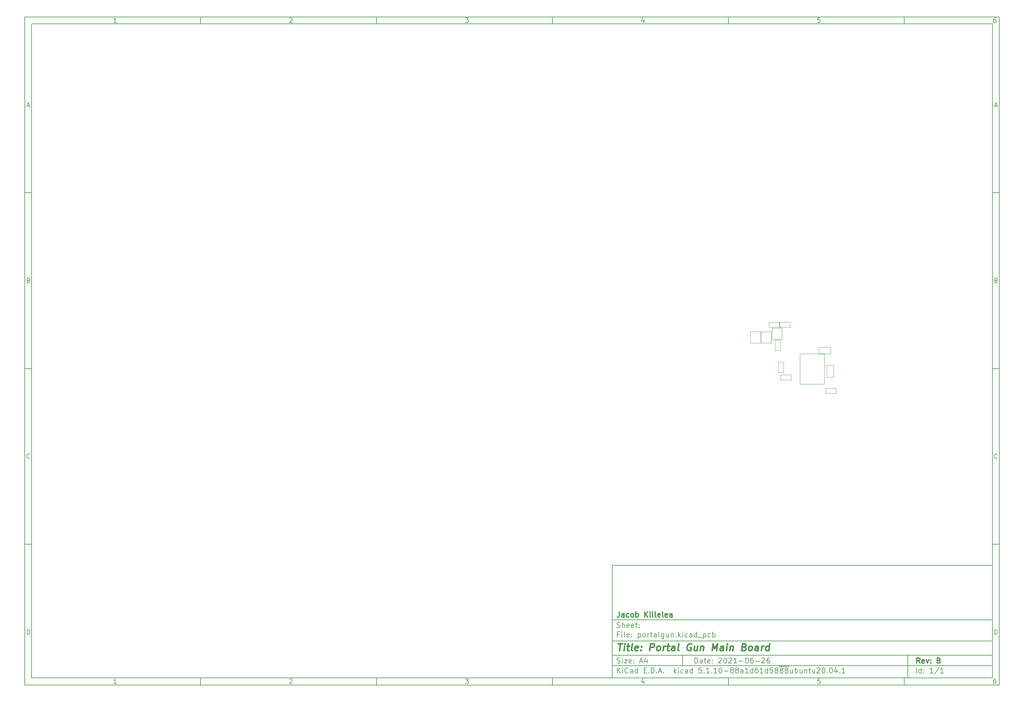
<source format=gbr>
%TF.GenerationSoftware,KiCad,Pcbnew,5.1.10-88a1d61d58~88~ubuntu20.04.1*%
%TF.CreationDate,2021-06-26T15:26:23-05:00*%
%TF.ProjectId,portalgun,706f7274-616c-4677-956e-2e6b69636164,B*%
%TF.SameCoordinates,Original*%
%TF.FileFunction,Other,User*%
%FSLAX46Y46*%
G04 Gerber Fmt 4.6, Leading zero omitted, Abs format (unit mm)*
G04 Created by KiCad (PCBNEW 5.1.10-88a1d61d58~88~ubuntu20.04.1) date 2021-06-26 15:26:23*
%MOMM*%
%LPD*%
G01*
G04 APERTURE LIST*
%ADD10C,0.100000*%
%ADD11C,0.150000*%
%ADD12C,0.300000*%
%ADD13C,0.400000*%
%ADD14C,0.050000*%
G04 APERTURE END LIST*
D10*
D11*
X177002200Y-166007200D02*
X177002200Y-198007200D01*
X285002200Y-198007200D01*
X285002200Y-166007200D01*
X177002200Y-166007200D01*
D10*
D11*
X10000000Y-10000000D02*
X10000000Y-200007200D01*
X287002200Y-200007200D01*
X287002200Y-10000000D01*
X10000000Y-10000000D01*
D10*
D11*
X12000000Y-12000000D02*
X12000000Y-198007200D01*
X285002200Y-198007200D01*
X285002200Y-12000000D01*
X12000000Y-12000000D01*
D10*
D11*
X60000000Y-12000000D02*
X60000000Y-10000000D01*
D10*
D11*
X110000000Y-12000000D02*
X110000000Y-10000000D01*
D10*
D11*
X160000000Y-12000000D02*
X160000000Y-10000000D01*
D10*
D11*
X210000000Y-12000000D02*
X210000000Y-10000000D01*
D10*
D11*
X260000000Y-12000000D02*
X260000000Y-10000000D01*
D10*
D11*
X36065476Y-11588095D02*
X35322619Y-11588095D01*
X35694047Y-11588095D02*
X35694047Y-10288095D01*
X35570238Y-10473809D01*
X35446428Y-10597619D01*
X35322619Y-10659523D01*
D10*
D11*
X85322619Y-10411904D02*
X85384523Y-10350000D01*
X85508333Y-10288095D01*
X85817857Y-10288095D01*
X85941666Y-10350000D01*
X86003571Y-10411904D01*
X86065476Y-10535714D01*
X86065476Y-10659523D01*
X86003571Y-10845238D01*
X85260714Y-11588095D01*
X86065476Y-11588095D01*
D10*
D11*
X135260714Y-10288095D02*
X136065476Y-10288095D01*
X135632142Y-10783333D01*
X135817857Y-10783333D01*
X135941666Y-10845238D01*
X136003571Y-10907142D01*
X136065476Y-11030952D01*
X136065476Y-11340476D01*
X136003571Y-11464285D01*
X135941666Y-11526190D01*
X135817857Y-11588095D01*
X135446428Y-11588095D01*
X135322619Y-11526190D01*
X135260714Y-11464285D01*
D10*
D11*
X185941666Y-10721428D02*
X185941666Y-11588095D01*
X185632142Y-10226190D02*
X185322619Y-11154761D01*
X186127380Y-11154761D01*
D10*
D11*
X236003571Y-10288095D02*
X235384523Y-10288095D01*
X235322619Y-10907142D01*
X235384523Y-10845238D01*
X235508333Y-10783333D01*
X235817857Y-10783333D01*
X235941666Y-10845238D01*
X236003571Y-10907142D01*
X236065476Y-11030952D01*
X236065476Y-11340476D01*
X236003571Y-11464285D01*
X235941666Y-11526190D01*
X235817857Y-11588095D01*
X235508333Y-11588095D01*
X235384523Y-11526190D01*
X235322619Y-11464285D01*
D10*
D11*
X285941666Y-10288095D02*
X285694047Y-10288095D01*
X285570238Y-10350000D01*
X285508333Y-10411904D01*
X285384523Y-10597619D01*
X285322619Y-10845238D01*
X285322619Y-11340476D01*
X285384523Y-11464285D01*
X285446428Y-11526190D01*
X285570238Y-11588095D01*
X285817857Y-11588095D01*
X285941666Y-11526190D01*
X286003571Y-11464285D01*
X286065476Y-11340476D01*
X286065476Y-11030952D01*
X286003571Y-10907142D01*
X285941666Y-10845238D01*
X285817857Y-10783333D01*
X285570238Y-10783333D01*
X285446428Y-10845238D01*
X285384523Y-10907142D01*
X285322619Y-11030952D01*
D10*
D11*
X60000000Y-198007200D02*
X60000000Y-200007200D01*
D10*
D11*
X110000000Y-198007200D02*
X110000000Y-200007200D01*
D10*
D11*
X160000000Y-198007200D02*
X160000000Y-200007200D01*
D10*
D11*
X210000000Y-198007200D02*
X210000000Y-200007200D01*
D10*
D11*
X260000000Y-198007200D02*
X260000000Y-200007200D01*
D10*
D11*
X36065476Y-199595295D02*
X35322619Y-199595295D01*
X35694047Y-199595295D02*
X35694047Y-198295295D01*
X35570238Y-198481009D01*
X35446428Y-198604819D01*
X35322619Y-198666723D01*
D10*
D11*
X85322619Y-198419104D02*
X85384523Y-198357200D01*
X85508333Y-198295295D01*
X85817857Y-198295295D01*
X85941666Y-198357200D01*
X86003571Y-198419104D01*
X86065476Y-198542914D01*
X86065476Y-198666723D01*
X86003571Y-198852438D01*
X85260714Y-199595295D01*
X86065476Y-199595295D01*
D10*
D11*
X135260714Y-198295295D02*
X136065476Y-198295295D01*
X135632142Y-198790533D01*
X135817857Y-198790533D01*
X135941666Y-198852438D01*
X136003571Y-198914342D01*
X136065476Y-199038152D01*
X136065476Y-199347676D01*
X136003571Y-199471485D01*
X135941666Y-199533390D01*
X135817857Y-199595295D01*
X135446428Y-199595295D01*
X135322619Y-199533390D01*
X135260714Y-199471485D01*
D10*
D11*
X185941666Y-198728628D02*
X185941666Y-199595295D01*
X185632142Y-198233390D02*
X185322619Y-199161961D01*
X186127380Y-199161961D01*
D10*
D11*
X236003571Y-198295295D02*
X235384523Y-198295295D01*
X235322619Y-198914342D01*
X235384523Y-198852438D01*
X235508333Y-198790533D01*
X235817857Y-198790533D01*
X235941666Y-198852438D01*
X236003571Y-198914342D01*
X236065476Y-199038152D01*
X236065476Y-199347676D01*
X236003571Y-199471485D01*
X235941666Y-199533390D01*
X235817857Y-199595295D01*
X235508333Y-199595295D01*
X235384523Y-199533390D01*
X235322619Y-199471485D01*
D10*
D11*
X285941666Y-198295295D02*
X285694047Y-198295295D01*
X285570238Y-198357200D01*
X285508333Y-198419104D01*
X285384523Y-198604819D01*
X285322619Y-198852438D01*
X285322619Y-199347676D01*
X285384523Y-199471485D01*
X285446428Y-199533390D01*
X285570238Y-199595295D01*
X285817857Y-199595295D01*
X285941666Y-199533390D01*
X286003571Y-199471485D01*
X286065476Y-199347676D01*
X286065476Y-199038152D01*
X286003571Y-198914342D01*
X285941666Y-198852438D01*
X285817857Y-198790533D01*
X285570238Y-198790533D01*
X285446428Y-198852438D01*
X285384523Y-198914342D01*
X285322619Y-199038152D01*
D10*
D11*
X10000000Y-60000000D02*
X12000000Y-60000000D01*
D10*
D11*
X10000000Y-110000000D02*
X12000000Y-110000000D01*
D10*
D11*
X10000000Y-160000000D02*
X12000000Y-160000000D01*
D10*
D11*
X10690476Y-35216666D02*
X11309523Y-35216666D01*
X10566666Y-35588095D02*
X11000000Y-34288095D01*
X11433333Y-35588095D01*
D10*
D11*
X11092857Y-84907142D02*
X11278571Y-84969047D01*
X11340476Y-85030952D01*
X11402380Y-85154761D01*
X11402380Y-85340476D01*
X11340476Y-85464285D01*
X11278571Y-85526190D01*
X11154761Y-85588095D01*
X10659523Y-85588095D01*
X10659523Y-84288095D01*
X11092857Y-84288095D01*
X11216666Y-84350000D01*
X11278571Y-84411904D01*
X11340476Y-84535714D01*
X11340476Y-84659523D01*
X11278571Y-84783333D01*
X11216666Y-84845238D01*
X11092857Y-84907142D01*
X10659523Y-84907142D01*
D10*
D11*
X11402380Y-135464285D02*
X11340476Y-135526190D01*
X11154761Y-135588095D01*
X11030952Y-135588095D01*
X10845238Y-135526190D01*
X10721428Y-135402380D01*
X10659523Y-135278571D01*
X10597619Y-135030952D01*
X10597619Y-134845238D01*
X10659523Y-134597619D01*
X10721428Y-134473809D01*
X10845238Y-134350000D01*
X11030952Y-134288095D01*
X11154761Y-134288095D01*
X11340476Y-134350000D01*
X11402380Y-134411904D01*
D10*
D11*
X10659523Y-185588095D02*
X10659523Y-184288095D01*
X10969047Y-184288095D01*
X11154761Y-184350000D01*
X11278571Y-184473809D01*
X11340476Y-184597619D01*
X11402380Y-184845238D01*
X11402380Y-185030952D01*
X11340476Y-185278571D01*
X11278571Y-185402380D01*
X11154761Y-185526190D01*
X10969047Y-185588095D01*
X10659523Y-185588095D01*
D10*
D11*
X287002200Y-60000000D02*
X285002200Y-60000000D01*
D10*
D11*
X287002200Y-110000000D02*
X285002200Y-110000000D01*
D10*
D11*
X287002200Y-160000000D02*
X285002200Y-160000000D01*
D10*
D11*
X285692676Y-35216666D02*
X286311723Y-35216666D01*
X285568866Y-35588095D02*
X286002200Y-34288095D01*
X286435533Y-35588095D01*
D10*
D11*
X286095057Y-84907142D02*
X286280771Y-84969047D01*
X286342676Y-85030952D01*
X286404580Y-85154761D01*
X286404580Y-85340476D01*
X286342676Y-85464285D01*
X286280771Y-85526190D01*
X286156961Y-85588095D01*
X285661723Y-85588095D01*
X285661723Y-84288095D01*
X286095057Y-84288095D01*
X286218866Y-84350000D01*
X286280771Y-84411904D01*
X286342676Y-84535714D01*
X286342676Y-84659523D01*
X286280771Y-84783333D01*
X286218866Y-84845238D01*
X286095057Y-84907142D01*
X285661723Y-84907142D01*
D10*
D11*
X286404580Y-135464285D02*
X286342676Y-135526190D01*
X286156961Y-135588095D01*
X286033152Y-135588095D01*
X285847438Y-135526190D01*
X285723628Y-135402380D01*
X285661723Y-135278571D01*
X285599819Y-135030952D01*
X285599819Y-134845238D01*
X285661723Y-134597619D01*
X285723628Y-134473809D01*
X285847438Y-134350000D01*
X286033152Y-134288095D01*
X286156961Y-134288095D01*
X286342676Y-134350000D01*
X286404580Y-134411904D01*
D10*
D11*
X285661723Y-185588095D02*
X285661723Y-184288095D01*
X285971247Y-184288095D01*
X286156961Y-184350000D01*
X286280771Y-184473809D01*
X286342676Y-184597619D01*
X286404580Y-184845238D01*
X286404580Y-185030952D01*
X286342676Y-185278571D01*
X286280771Y-185402380D01*
X286156961Y-185526190D01*
X285971247Y-185588095D01*
X285661723Y-185588095D01*
D10*
D11*
X200434342Y-193785771D02*
X200434342Y-192285771D01*
X200791485Y-192285771D01*
X201005771Y-192357200D01*
X201148628Y-192500057D01*
X201220057Y-192642914D01*
X201291485Y-192928628D01*
X201291485Y-193142914D01*
X201220057Y-193428628D01*
X201148628Y-193571485D01*
X201005771Y-193714342D01*
X200791485Y-193785771D01*
X200434342Y-193785771D01*
X202577200Y-193785771D02*
X202577200Y-193000057D01*
X202505771Y-192857200D01*
X202362914Y-192785771D01*
X202077200Y-192785771D01*
X201934342Y-192857200D01*
X202577200Y-193714342D02*
X202434342Y-193785771D01*
X202077200Y-193785771D01*
X201934342Y-193714342D01*
X201862914Y-193571485D01*
X201862914Y-193428628D01*
X201934342Y-193285771D01*
X202077200Y-193214342D01*
X202434342Y-193214342D01*
X202577200Y-193142914D01*
X203077200Y-192785771D02*
X203648628Y-192785771D01*
X203291485Y-192285771D02*
X203291485Y-193571485D01*
X203362914Y-193714342D01*
X203505771Y-193785771D01*
X203648628Y-193785771D01*
X204720057Y-193714342D02*
X204577200Y-193785771D01*
X204291485Y-193785771D01*
X204148628Y-193714342D01*
X204077200Y-193571485D01*
X204077200Y-193000057D01*
X204148628Y-192857200D01*
X204291485Y-192785771D01*
X204577200Y-192785771D01*
X204720057Y-192857200D01*
X204791485Y-193000057D01*
X204791485Y-193142914D01*
X204077200Y-193285771D01*
X205434342Y-193642914D02*
X205505771Y-193714342D01*
X205434342Y-193785771D01*
X205362914Y-193714342D01*
X205434342Y-193642914D01*
X205434342Y-193785771D01*
X205434342Y-192857200D02*
X205505771Y-192928628D01*
X205434342Y-193000057D01*
X205362914Y-192928628D01*
X205434342Y-192857200D01*
X205434342Y-193000057D01*
X207220057Y-192428628D02*
X207291485Y-192357200D01*
X207434342Y-192285771D01*
X207791485Y-192285771D01*
X207934342Y-192357200D01*
X208005771Y-192428628D01*
X208077200Y-192571485D01*
X208077200Y-192714342D01*
X208005771Y-192928628D01*
X207148628Y-193785771D01*
X208077200Y-193785771D01*
X209005771Y-192285771D02*
X209148628Y-192285771D01*
X209291485Y-192357200D01*
X209362914Y-192428628D01*
X209434342Y-192571485D01*
X209505771Y-192857200D01*
X209505771Y-193214342D01*
X209434342Y-193500057D01*
X209362914Y-193642914D01*
X209291485Y-193714342D01*
X209148628Y-193785771D01*
X209005771Y-193785771D01*
X208862914Y-193714342D01*
X208791485Y-193642914D01*
X208720057Y-193500057D01*
X208648628Y-193214342D01*
X208648628Y-192857200D01*
X208720057Y-192571485D01*
X208791485Y-192428628D01*
X208862914Y-192357200D01*
X209005771Y-192285771D01*
X210077200Y-192428628D02*
X210148628Y-192357200D01*
X210291485Y-192285771D01*
X210648628Y-192285771D01*
X210791485Y-192357200D01*
X210862914Y-192428628D01*
X210934342Y-192571485D01*
X210934342Y-192714342D01*
X210862914Y-192928628D01*
X210005771Y-193785771D01*
X210934342Y-193785771D01*
X212362914Y-193785771D02*
X211505771Y-193785771D01*
X211934342Y-193785771D02*
X211934342Y-192285771D01*
X211791485Y-192500057D01*
X211648628Y-192642914D01*
X211505771Y-192714342D01*
X213005771Y-193214342D02*
X214148628Y-193214342D01*
X215148628Y-192285771D02*
X215291485Y-192285771D01*
X215434342Y-192357200D01*
X215505771Y-192428628D01*
X215577200Y-192571485D01*
X215648628Y-192857200D01*
X215648628Y-193214342D01*
X215577200Y-193500057D01*
X215505771Y-193642914D01*
X215434342Y-193714342D01*
X215291485Y-193785771D01*
X215148628Y-193785771D01*
X215005771Y-193714342D01*
X214934342Y-193642914D01*
X214862914Y-193500057D01*
X214791485Y-193214342D01*
X214791485Y-192857200D01*
X214862914Y-192571485D01*
X214934342Y-192428628D01*
X215005771Y-192357200D01*
X215148628Y-192285771D01*
X216934342Y-192285771D02*
X216648628Y-192285771D01*
X216505771Y-192357200D01*
X216434342Y-192428628D01*
X216291485Y-192642914D01*
X216220057Y-192928628D01*
X216220057Y-193500057D01*
X216291485Y-193642914D01*
X216362914Y-193714342D01*
X216505771Y-193785771D01*
X216791485Y-193785771D01*
X216934342Y-193714342D01*
X217005771Y-193642914D01*
X217077200Y-193500057D01*
X217077200Y-193142914D01*
X217005771Y-193000057D01*
X216934342Y-192928628D01*
X216791485Y-192857200D01*
X216505771Y-192857200D01*
X216362914Y-192928628D01*
X216291485Y-193000057D01*
X216220057Y-193142914D01*
X217720057Y-193214342D02*
X218862914Y-193214342D01*
X219505771Y-192428628D02*
X219577200Y-192357200D01*
X219720057Y-192285771D01*
X220077200Y-192285771D01*
X220220057Y-192357200D01*
X220291485Y-192428628D01*
X220362914Y-192571485D01*
X220362914Y-192714342D01*
X220291485Y-192928628D01*
X219434342Y-193785771D01*
X220362914Y-193785771D01*
X221648628Y-192285771D02*
X221362914Y-192285771D01*
X221220057Y-192357200D01*
X221148628Y-192428628D01*
X221005771Y-192642914D01*
X220934342Y-192928628D01*
X220934342Y-193500057D01*
X221005771Y-193642914D01*
X221077200Y-193714342D01*
X221220057Y-193785771D01*
X221505771Y-193785771D01*
X221648628Y-193714342D01*
X221720057Y-193642914D01*
X221791485Y-193500057D01*
X221791485Y-193142914D01*
X221720057Y-193000057D01*
X221648628Y-192928628D01*
X221505771Y-192857200D01*
X221220057Y-192857200D01*
X221077200Y-192928628D01*
X221005771Y-193000057D01*
X220934342Y-193142914D01*
D10*
D11*
X177002200Y-194507200D02*
X285002200Y-194507200D01*
D10*
D11*
X178434342Y-196585771D02*
X178434342Y-195085771D01*
X179291485Y-196585771D02*
X178648628Y-195728628D01*
X179291485Y-195085771D02*
X178434342Y-195942914D01*
X179934342Y-196585771D02*
X179934342Y-195585771D01*
X179934342Y-195085771D02*
X179862914Y-195157200D01*
X179934342Y-195228628D01*
X180005771Y-195157200D01*
X179934342Y-195085771D01*
X179934342Y-195228628D01*
X181505771Y-196442914D02*
X181434342Y-196514342D01*
X181220057Y-196585771D01*
X181077200Y-196585771D01*
X180862914Y-196514342D01*
X180720057Y-196371485D01*
X180648628Y-196228628D01*
X180577200Y-195942914D01*
X180577200Y-195728628D01*
X180648628Y-195442914D01*
X180720057Y-195300057D01*
X180862914Y-195157200D01*
X181077200Y-195085771D01*
X181220057Y-195085771D01*
X181434342Y-195157200D01*
X181505771Y-195228628D01*
X182791485Y-196585771D02*
X182791485Y-195800057D01*
X182720057Y-195657200D01*
X182577200Y-195585771D01*
X182291485Y-195585771D01*
X182148628Y-195657200D01*
X182791485Y-196514342D02*
X182648628Y-196585771D01*
X182291485Y-196585771D01*
X182148628Y-196514342D01*
X182077200Y-196371485D01*
X182077200Y-196228628D01*
X182148628Y-196085771D01*
X182291485Y-196014342D01*
X182648628Y-196014342D01*
X182791485Y-195942914D01*
X184148628Y-196585771D02*
X184148628Y-195085771D01*
X184148628Y-196514342D02*
X184005771Y-196585771D01*
X183720057Y-196585771D01*
X183577200Y-196514342D01*
X183505771Y-196442914D01*
X183434342Y-196300057D01*
X183434342Y-195871485D01*
X183505771Y-195728628D01*
X183577200Y-195657200D01*
X183720057Y-195585771D01*
X184005771Y-195585771D01*
X184148628Y-195657200D01*
X186005771Y-195800057D02*
X186505771Y-195800057D01*
X186720057Y-196585771D02*
X186005771Y-196585771D01*
X186005771Y-195085771D01*
X186720057Y-195085771D01*
X187362914Y-196442914D02*
X187434342Y-196514342D01*
X187362914Y-196585771D01*
X187291485Y-196514342D01*
X187362914Y-196442914D01*
X187362914Y-196585771D01*
X188077200Y-196585771D02*
X188077200Y-195085771D01*
X188434342Y-195085771D01*
X188648628Y-195157200D01*
X188791485Y-195300057D01*
X188862914Y-195442914D01*
X188934342Y-195728628D01*
X188934342Y-195942914D01*
X188862914Y-196228628D01*
X188791485Y-196371485D01*
X188648628Y-196514342D01*
X188434342Y-196585771D01*
X188077200Y-196585771D01*
X189577200Y-196442914D02*
X189648628Y-196514342D01*
X189577200Y-196585771D01*
X189505771Y-196514342D01*
X189577200Y-196442914D01*
X189577200Y-196585771D01*
X190220057Y-196157200D02*
X190934342Y-196157200D01*
X190077200Y-196585771D02*
X190577200Y-195085771D01*
X191077200Y-196585771D01*
X191577200Y-196442914D02*
X191648628Y-196514342D01*
X191577200Y-196585771D01*
X191505771Y-196514342D01*
X191577200Y-196442914D01*
X191577200Y-196585771D01*
X194577200Y-196585771D02*
X194577200Y-195085771D01*
X194720057Y-196014342D02*
X195148628Y-196585771D01*
X195148628Y-195585771D02*
X194577200Y-196157200D01*
X195791485Y-196585771D02*
X195791485Y-195585771D01*
X195791485Y-195085771D02*
X195720057Y-195157200D01*
X195791485Y-195228628D01*
X195862914Y-195157200D01*
X195791485Y-195085771D01*
X195791485Y-195228628D01*
X197148628Y-196514342D02*
X197005771Y-196585771D01*
X196720057Y-196585771D01*
X196577200Y-196514342D01*
X196505771Y-196442914D01*
X196434342Y-196300057D01*
X196434342Y-195871485D01*
X196505771Y-195728628D01*
X196577200Y-195657200D01*
X196720057Y-195585771D01*
X197005771Y-195585771D01*
X197148628Y-195657200D01*
X198434342Y-196585771D02*
X198434342Y-195800057D01*
X198362914Y-195657200D01*
X198220057Y-195585771D01*
X197934342Y-195585771D01*
X197791485Y-195657200D01*
X198434342Y-196514342D02*
X198291485Y-196585771D01*
X197934342Y-196585771D01*
X197791485Y-196514342D01*
X197720057Y-196371485D01*
X197720057Y-196228628D01*
X197791485Y-196085771D01*
X197934342Y-196014342D01*
X198291485Y-196014342D01*
X198434342Y-195942914D01*
X199791485Y-196585771D02*
X199791485Y-195085771D01*
X199791485Y-196514342D02*
X199648628Y-196585771D01*
X199362914Y-196585771D01*
X199220057Y-196514342D01*
X199148628Y-196442914D01*
X199077200Y-196300057D01*
X199077200Y-195871485D01*
X199148628Y-195728628D01*
X199220057Y-195657200D01*
X199362914Y-195585771D01*
X199648628Y-195585771D01*
X199791485Y-195657200D01*
X202362914Y-195085771D02*
X201648628Y-195085771D01*
X201577200Y-195800057D01*
X201648628Y-195728628D01*
X201791485Y-195657200D01*
X202148628Y-195657200D01*
X202291485Y-195728628D01*
X202362914Y-195800057D01*
X202434342Y-195942914D01*
X202434342Y-196300057D01*
X202362914Y-196442914D01*
X202291485Y-196514342D01*
X202148628Y-196585771D01*
X201791485Y-196585771D01*
X201648628Y-196514342D01*
X201577200Y-196442914D01*
X203077200Y-196442914D02*
X203148628Y-196514342D01*
X203077200Y-196585771D01*
X203005771Y-196514342D01*
X203077200Y-196442914D01*
X203077200Y-196585771D01*
X204577200Y-196585771D02*
X203720057Y-196585771D01*
X204148628Y-196585771D02*
X204148628Y-195085771D01*
X204005771Y-195300057D01*
X203862914Y-195442914D01*
X203720057Y-195514342D01*
X205220057Y-196442914D02*
X205291485Y-196514342D01*
X205220057Y-196585771D01*
X205148628Y-196514342D01*
X205220057Y-196442914D01*
X205220057Y-196585771D01*
X206720057Y-196585771D02*
X205862914Y-196585771D01*
X206291485Y-196585771D02*
X206291485Y-195085771D01*
X206148628Y-195300057D01*
X206005771Y-195442914D01*
X205862914Y-195514342D01*
X207648628Y-195085771D02*
X207791485Y-195085771D01*
X207934342Y-195157200D01*
X208005771Y-195228628D01*
X208077200Y-195371485D01*
X208148628Y-195657200D01*
X208148628Y-196014342D01*
X208077200Y-196300057D01*
X208005771Y-196442914D01*
X207934342Y-196514342D01*
X207791485Y-196585771D01*
X207648628Y-196585771D01*
X207505771Y-196514342D01*
X207434342Y-196442914D01*
X207362914Y-196300057D01*
X207291485Y-196014342D01*
X207291485Y-195657200D01*
X207362914Y-195371485D01*
X207434342Y-195228628D01*
X207505771Y-195157200D01*
X207648628Y-195085771D01*
X208791485Y-196014342D02*
X209934342Y-196014342D01*
X210862914Y-195728628D02*
X210720057Y-195657200D01*
X210648628Y-195585771D01*
X210577200Y-195442914D01*
X210577200Y-195371485D01*
X210648628Y-195228628D01*
X210720057Y-195157200D01*
X210862914Y-195085771D01*
X211148628Y-195085771D01*
X211291485Y-195157200D01*
X211362914Y-195228628D01*
X211434342Y-195371485D01*
X211434342Y-195442914D01*
X211362914Y-195585771D01*
X211291485Y-195657200D01*
X211148628Y-195728628D01*
X210862914Y-195728628D01*
X210720057Y-195800057D01*
X210648628Y-195871485D01*
X210577200Y-196014342D01*
X210577200Y-196300057D01*
X210648628Y-196442914D01*
X210720057Y-196514342D01*
X210862914Y-196585771D01*
X211148628Y-196585771D01*
X211291485Y-196514342D01*
X211362914Y-196442914D01*
X211434342Y-196300057D01*
X211434342Y-196014342D01*
X211362914Y-195871485D01*
X211291485Y-195800057D01*
X211148628Y-195728628D01*
X212291485Y-195728628D02*
X212148628Y-195657200D01*
X212077200Y-195585771D01*
X212005771Y-195442914D01*
X212005771Y-195371485D01*
X212077200Y-195228628D01*
X212148628Y-195157200D01*
X212291485Y-195085771D01*
X212577200Y-195085771D01*
X212720057Y-195157200D01*
X212791485Y-195228628D01*
X212862914Y-195371485D01*
X212862914Y-195442914D01*
X212791485Y-195585771D01*
X212720057Y-195657200D01*
X212577200Y-195728628D01*
X212291485Y-195728628D01*
X212148628Y-195800057D01*
X212077200Y-195871485D01*
X212005771Y-196014342D01*
X212005771Y-196300057D01*
X212077200Y-196442914D01*
X212148628Y-196514342D01*
X212291485Y-196585771D01*
X212577200Y-196585771D01*
X212720057Y-196514342D01*
X212791485Y-196442914D01*
X212862914Y-196300057D01*
X212862914Y-196014342D01*
X212791485Y-195871485D01*
X212720057Y-195800057D01*
X212577200Y-195728628D01*
X214148628Y-196585771D02*
X214148628Y-195800057D01*
X214077200Y-195657200D01*
X213934342Y-195585771D01*
X213648628Y-195585771D01*
X213505771Y-195657200D01*
X214148628Y-196514342D02*
X214005771Y-196585771D01*
X213648628Y-196585771D01*
X213505771Y-196514342D01*
X213434342Y-196371485D01*
X213434342Y-196228628D01*
X213505771Y-196085771D01*
X213648628Y-196014342D01*
X214005771Y-196014342D01*
X214148628Y-195942914D01*
X215648628Y-196585771D02*
X214791485Y-196585771D01*
X215220057Y-196585771D02*
X215220057Y-195085771D01*
X215077200Y-195300057D01*
X214934342Y-195442914D01*
X214791485Y-195514342D01*
X216934342Y-196585771D02*
X216934342Y-195085771D01*
X216934342Y-196514342D02*
X216791485Y-196585771D01*
X216505771Y-196585771D01*
X216362914Y-196514342D01*
X216291485Y-196442914D01*
X216220057Y-196300057D01*
X216220057Y-195871485D01*
X216291485Y-195728628D01*
X216362914Y-195657200D01*
X216505771Y-195585771D01*
X216791485Y-195585771D01*
X216934342Y-195657200D01*
X218291485Y-195085771D02*
X218005771Y-195085771D01*
X217862914Y-195157200D01*
X217791485Y-195228628D01*
X217648628Y-195442914D01*
X217577200Y-195728628D01*
X217577200Y-196300057D01*
X217648628Y-196442914D01*
X217720057Y-196514342D01*
X217862914Y-196585771D01*
X218148628Y-196585771D01*
X218291485Y-196514342D01*
X218362914Y-196442914D01*
X218434342Y-196300057D01*
X218434342Y-195942914D01*
X218362914Y-195800057D01*
X218291485Y-195728628D01*
X218148628Y-195657200D01*
X217862914Y-195657200D01*
X217720057Y-195728628D01*
X217648628Y-195800057D01*
X217577200Y-195942914D01*
X219862914Y-196585771D02*
X219005771Y-196585771D01*
X219434342Y-196585771D02*
X219434342Y-195085771D01*
X219291485Y-195300057D01*
X219148628Y-195442914D01*
X219005771Y-195514342D01*
X221148628Y-196585771D02*
X221148628Y-195085771D01*
X221148628Y-196514342D02*
X221005771Y-196585771D01*
X220720057Y-196585771D01*
X220577200Y-196514342D01*
X220505771Y-196442914D01*
X220434342Y-196300057D01*
X220434342Y-195871485D01*
X220505771Y-195728628D01*
X220577200Y-195657200D01*
X220720057Y-195585771D01*
X221005771Y-195585771D01*
X221148628Y-195657200D01*
X222577200Y-195085771D02*
X221862914Y-195085771D01*
X221791485Y-195800057D01*
X221862914Y-195728628D01*
X222005771Y-195657200D01*
X222362914Y-195657200D01*
X222505771Y-195728628D01*
X222577200Y-195800057D01*
X222648628Y-195942914D01*
X222648628Y-196300057D01*
X222577200Y-196442914D01*
X222505771Y-196514342D01*
X222362914Y-196585771D01*
X222005771Y-196585771D01*
X221862914Y-196514342D01*
X221791485Y-196442914D01*
X223505771Y-195728628D02*
X223362914Y-195657200D01*
X223291485Y-195585771D01*
X223220057Y-195442914D01*
X223220057Y-195371485D01*
X223291485Y-195228628D01*
X223362914Y-195157200D01*
X223505771Y-195085771D01*
X223791485Y-195085771D01*
X223934342Y-195157200D01*
X224005771Y-195228628D01*
X224077200Y-195371485D01*
X224077200Y-195442914D01*
X224005771Y-195585771D01*
X223934342Y-195657200D01*
X223791485Y-195728628D01*
X223505771Y-195728628D01*
X223362914Y-195800057D01*
X223291485Y-195871485D01*
X223220057Y-196014342D01*
X223220057Y-196300057D01*
X223291485Y-196442914D01*
X223362914Y-196514342D01*
X223505771Y-196585771D01*
X223791485Y-196585771D01*
X223934342Y-196514342D01*
X224005771Y-196442914D01*
X224077200Y-196300057D01*
X224077200Y-196014342D01*
X224005771Y-195871485D01*
X223934342Y-195800057D01*
X223791485Y-195728628D01*
X224362914Y-194677200D02*
X225791485Y-194677200D01*
X224934342Y-195728628D02*
X224791485Y-195657200D01*
X224720057Y-195585771D01*
X224648628Y-195442914D01*
X224648628Y-195371485D01*
X224720057Y-195228628D01*
X224791485Y-195157200D01*
X224934342Y-195085771D01*
X225220057Y-195085771D01*
X225362914Y-195157200D01*
X225434342Y-195228628D01*
X225505771Y-195371485D01*
X225505771Y-195442914D01*
X225434342Y-195585771D01*
X225362914Y-195657200D01*
X225220057Y-195728628D01*
X224934342Y-195728628D01*
X224791485Y-195800057D01*
X224720057Y-195871485D01*
X224648628Y-196014342D01*
X224648628Y-196300057D01*
X224720057Y-196442914D01*
X224791485Y-196514342D01*
X224934342Y-196585771D01*
X225220057Y-196585771D01*
X225362914Y-196514342D01*
X225434342Y-196442914D01*
X225505771Y-196300057D01*
X225505771Y-196014342D01*
X225434342Y-195871485D01*
X225362914Y-195800057D01*
X225220057Y-195728628D01*
X225791485Y-194677200D02*
X227220057Y-194677200D01*
X226362914Y-195728628D02*
X226220057Y-195657200D01*
X226148628Y-195585771D01*
X226077199Y-195442914D01*
X226077199Y-195371485D01*
X226148628Y-195228628D01*
X226220057Y-195157200D01*
X226362914Y-195085771D01*
X226648628Y-195085771D01*
X226791485Y-195157200D01*
X226862914Y-195228628D01*
X226934342Y-195371485D01*
X226934342Y-195442914D01*
X226862914Y-195585771D01*
X226791485Y-195657200D01*
X226648628Y-195728628D01*
X226362914Y-195728628D01*
X226220057Y-195800057D01*
X226148628Y-195871485D01*
X226077199Y-196014342D01*
X226077199Y-196300057D01*
X226148628Y-196442914D01*
X226220057Y-196514342D01*
X226362914Y-196585771D01*
X226648628Y-196585771D01*
X226791485Y-196514342D01*
X226862914Y-196442914D01*
X226934342Y-196300057D01*
X226934342Y-196014342D01*
X226862914Y-195871485D01*
X226791485Y-195800057D01*
X226648628Y-195728628D01*
X228220057Y-195585771D02*
X228220057Y-196585771D01*
X227577199Y-195585771D02*
X227577199Y-196371485D01*
X227648628Y-196514342D01*
X227791485Y-196585771D01*
X228005771Y-196585771D01*
X228148628Y-196514342D01*
X228220057Y-196442914D01*
X228934342Y-196585771D02*
X228934342Y-195085771D01*
X228934342Y-195657200D02*
X229077199Y-195585771D01*
X229362914Y-195585771D01*
X229505771Y-195657200D01*
X229577199Y-195728628D01*
X229648628Y-195871485D01*
X229648628Y-196300057D01*
X229577199Y-196442914D01*
X229505771Y-196514342D01*
X229362914Y-196585771D01*
X229077199Y-196585771D01*
X228934342Y-196514342D01*
X230934342Y-195585771D02*
X230934342Y-196585771D01*
X230291485Y-195585771D02*
X230291485Y-196371485D01*
X230362914Y-196514342D01*
X230505771Y-196585771D01*
X230720057Y-196585771D01*
X230862914Y-196514342D01*
X230934342Y-196442914D01*
X231648628Y-195585771D02*
X231648628Y-196585771D01*
X231648628Y-195728628D02*
X231720057Y-195657200D01*
X231862914Y-195585771D01*
X232077199Y-195585771D01*
X232220057Y-195657200D01*
X232291485Y-195800057D01*
X232291485Y-196585771D01*
X232791485Y-195585771D02*
X233362914Y-195585771D01*
X233005771Y-195085771D02*
X233005771Y-196371485D01*
X233077199Y-196514342D01*
X233220057Y-196585771D01*
X233362914Y-196585771D01*
X234505771Y-195585771D02*
X234505771Y-196585771D01*
X233862914Y-195585771D02*
X233862914Y-196371485D01*
X233934342Y-196514342D01*
X234077200Y-196585771D01*
X234291485Y-196585771D01*
X234434342Y-196514342D01*
X234505771Y-196442914D01*
X235148628Y-195228628D02*
X235220057Y-195157200D01*
X235362914Y-195085771D01*
X235720057Y-195085771D01*
X235862914Y-195157200D01*
X235934342Y-195228628D01*
X236005771Y-195371485D01*
X236005771Y-195514342D01*
X235934342Y-195728628D01*
X235077200Y-196585771D01*
X236005771Y-196585771D01*
X236934342Y-195085771D02*
X237077199Y-195085771D01*
X237220057Y-195157200D01*
X237291485Y-195228628D01*
X237362914Y-195371485D01*
X237434342Y-195657200D01*
X237434342Y-196014342D01*
X237362914Y-196300057D01*
X237291485Y-196442914D01*
X237220057Y-196514342D01*
X237077199Y-196585771D01*
X236934342Y-196585771D01*
X236791485Y-196514342D01*
X236720057Y-196442914D01*
X236648628Y-196300057D01*
X236577199Y-196014342D01*
X236577199Y-195657200D01*
X236648628Y-195371485D01*
X236720057Y-195228628D01*
X236791485Y-195157200D01*
X236934342Y-195085771D01*
X238077199Y-196442914D02*
X238148628Y-196514342D01*
X238077199Y-196585771D01*
X238005771Y-196514342D01*
X238077199Y-196442914D01*
X238077199Y-196585771D01*
X239077199Y-195085771D02*
X239220057Y-195085771D01*
X239362914Y-195157200D01*
X239434342Y-195228628D01*
X239505771Y-195371485D01*
X239577199Y-195657200D01*
X239577199Y-196014342D01*
X239505771Y-196300057D01*
X239434342Y-196442914D01*
X239362914Y-196514342D01*
X239220057Y-196585771D01*
X239077199Y-196585771D01*
X238934342Y-196514342D01*
X238862914Y-196442914D01*
X238791485Y-196300057D01*
X238720057Y-196014342D01*
X238720057Y-195657200D01*
X238791485Y-195371485D01*
X238862914Y-195228628D01*
X238934342Y-195157200D01*
X239077199Y-195085771D01*
X240862914Y-195585771D02*
X240862914Y-196585771D01*
X240505771Y-195014342D02*
X240148628Y-196085771D01*
X241077199Y-196085771D01*
X241648628Y-196442914D02*
X241720057Y-196514342D01*
X241648628Y-196585771D01*
X241577199Y-196514342D01*
X241648628Y-196442914D01*
X241648628Y-196585771D01*
X243148628Y-196585771D02*
X242291485Y-196585771D01*
X242720057Y-196585771D02*
X242720057Y-195085771D01*
X242577199Y-195300057D01*
X242434342Y-195442914D01*
X242291485Y-195514342D01*
D10*
D11*
X177002200Y-191507200D02*
X285002200Y-191507200D01*
D10*
D12*
X264411485Y-193785771D02*
X263911485Y-193071485D01*
X263554342Y-193785771D02*
X263554342Y-192285771D01*
X264125771Y-192285771D01*
X264268628Y-192357200D01*
X264340057Y-192428628D01*
X264411485Y-192571485D01*
X264411485Y-192785771D01*
X264340057Y-192928628D01*
X264268628Y-193000057D01*
X264125771Y-193071485D01*
X263554342Y-193071485D01*
X265625771Y-193714342D02*
X265482914Y-193785771D01*
X265197200Y-193785771D01*
X265054342Y-193714342D01*
X264982914Y-193571485D01*
X264982914Y-193000057D01*
X265054342Y-192857200D01*
X265197200Y-192785771D01*
X265482914Y-192785771D01*
X265625771Y-192857200D01*
X265697200Y-193000057D01*
X265697200Y-193142914D01*
X264982914Y-193285771D01*
X266197200Y-192785771D02*
X266554342Y-193785771D01*
X266911485Y-192785771D01*
X267482914Y-193642914D02*
X267554342Y-193714342D01*
X267482914Y-193785771D01*
X267411485Y-193714342D01*
X267482914Y-193642914D01*
X267482914Y-193785771D01*
X267482914Y-192857200D02*
X267554342Y-192928628D01*
X267482914Y-193000057D01*
X267411485Y-192928628D01*
X267482914Y-192857200D01*
X267482914Y-193000057D01*
X269840057Y-193000057D02*
X270054342Y-193071485D01*
X270125771Y-193142914D01*
X270197200Y-193285771D01*
X270197200Y-193500057D01*
X270125771Y-193642914D01*
X270054342Y-193714342D01*
X269911485Y-193785771D01*
X269340057Y-193785771D01*
X269340057Y-192285771D01*
X269840057Y-192285771D01*
X269982914Y-192357200D01*
X270054342Y-192428628D01*
X270125771Y-192571485D01*
X270125771Y-192714342D01*
X270054342Y-192857200D01*
X269982914Y-192928628D01*
X269840057Y-193000057D01*
X269340057Y-193000057D01*
D10*
D11*
X178362914Y-193714342D02*
X178577200Y-193785771D01*
X178934342Y-193785771D01*
X179077200Y-193714342D01*
X179148628Y-193642914D01*
X179220057Y-193500057D01*
X179220057Y-193357200D01*
X179148628Y-193214342D01*
X179077200Y-193142914D01*
X178934342Y-193071485D01*
X178648628Y-193000057D01*
X178505771Y-192928628D01*
X178434342Y-192857200D01*
X178362914Y-192714342D01*
X178362914Y-192571485D01*
X178434342Y-192428628D01*
X178505771Y-192357200D01*
X178648628Y-192285771D01*
X179005771Y-192285771D01*
X179220057Y-192357200D01*
X179862914Y-193785771D02*
X179862914Y-192785771D01*
X179862914Y-192285771D02*
X179791485Y-192357200D01*
X179862914Y-192428628D01*
X179934342Y-192357200D01*
X179862914Y-192285771D01*
X179862914Y-192428628D01*
X180434342Y-192785771D02*
X181220057Y-192785771D01*
X180434342Y-193785771D01*
X181220057Y-193785771D01*
X182362914Y-193714342D02*
X182220057Y-193785771D01*
X181934342Y-193785771D01*
X181791485Y-193714342D01*
X181720057Y-193571485D01*
X181720057Y-193000057D01*
X181791485Y-192857200D01*
X181934342Y-192785771D01*
X182220057Y-192785771D01*
X182362914Y-192857200D01*
X182434342Y-193000057D01*
X182434342Y-193142914D01*
X181720057Y-193285771D01*
X183077200Y-193642914D02*
X183148628Y-193714342D01*
X183077200Y-193785771D01*
X183005771Y-193714342D01*
X183077200Y-193642914D01*
X183077200Y-193785771D01*
X183077200Y-192857200D02*
X183148628Y-192928628D01*
X183077200Y-193000057D01*
X183005771Y-192928628D01*
X183077200Y-192857200D01*
X183077200Y-193000057D01*
X184862914Y-193357200D02*
X185577200Y-193357200D01*
X184720057Y-193785771D02*
X185220057Y-192285771D01*
X185720057Y-193785771D01*
X186862914Y-192785771D02*
X186862914Y-193785771D01*
X186505771Y-192214342D02*
X186148628Y-193285771D01*
X187077200Y-193285771D01*
D10*
D11*
X263434342Y-196585771D02*
X263434342Y-195085771D01*
X264791485Y-196585771D02*
X264791485Y-195085771D01*
X264791485Y-196514342D02*
X264648628Y-196585771D01*
X264362914Y-196585771D01*
X264220057Y-196514342D01*
X264148628Y-196442914D01*
X264077200Y-196300057D01*
X264077200Y-195871485D01*
X264148628Y-195728628D01*
X264220057Y-195657200D01*
X264362914Y-195585771D01*
X264648628Y-195585771D01*
X264791485Y-195657200D01*
X265505771Y-196442914D02*
X265577200Y-196514342D01*
X265505771Y-196585771D01*
X265434342Y-196514342D01*
X265505771Y-196442914D01*
X265505771Y-196585771D01*
X265505771Y-195657200D02*
X265577200Y-195728628D01*
X265505771Y-195800057D01*
X265434342Y-195728628D01*
X265505771Y-195657200D01*
X265505771Y-195800057D01*
X268148628Y-196585771D02*
X267291485Y-196585771D01*
X267720057Y-196585771D02*
X267720057Y-195085771D01*
X267577200Y-195300057D01*
X267434342Y-195442914D01*
X267291485Y-195514342D01*
X269862914Y-195014342D02*
X268577200Y-196942914D01*
X271148628Y-196585771D02*
X270291485Y-196585771D01*
X270720057Y-196585771D02*
X270720057Y-195085771D01*
X270577200Y-195300057D01*
X270434342Y-195442914D01*
X270291485Y-195514342D01*
D10*
D11*
X177002200Y-187507200D02*
X285002200Y-187507200D01*
D10*
D13*
X178714580Y-188211961D02*
X179857438Y-188211961D01*
X179036009Y-190211961D02*
X179286009Y-188211961D01*
X180274104Y-190211961D02*
X180440771Y-188878628D01*
X180524104Y-188211961D02*
X180416961Y-188307200D01*
X180500295Y-188402438D01*
X180607438Y-188307200D01*
X180524104Y-188211961D01*
X180500295Y-188402438D01*
X181107438Y-188878628D02*
X181869342Y-188878628D01*
X181476485Y-188211961D02*
X181262200Y-189926247D01*
X181333628Y-190116723D01*
X181512200Y-190211961D01*
X181702676Y-190211961D01*
X182655057Y-190211961D02*
X182476485Y-190116723D01*
X182405057Y-189926247D01*
X182619342Y-188211961D01*
X184190771Y-190116723D02*
X183988390Y-190211961D01*
X183607438Y-190211961D01*
X183428866Y-190116723D01*
X183357438Y-189926247D01*
X183452676Y-189164342D01*
X183571723Y-188973866D01*
X183774104Y-188878628D01*
X184155057Y-188878628D01*
X184333628Y-188973866D01*
X184405057Y-189164342D01*
X184381247Y-189354819D01*
X183405057Y-189545295D01*
X185155057Y-190021485D02*
X185238390Y-190116723D01*
X185131247Y-190211961D01*
X185047914Y-190116723D01*
X185155057Y-190021485D01*
X185131247Y-190211961D01*
X185286009Y-188973866D02*
X185369342Y-189069104D01*
X185262200Y-189164342D01*
X185178866Y-189069104D01*
X185286009Y-188973866D01*
X185262200Y-189164342D01*
X187607438Y-190211961D02*
X187857438Y-188211961D01*
X188619342Y-188211961D01*
X188797914Y-188307200D01*
X188881247Y-188402438D01*
X188952676Y-188592914D01*
X188916961Y-188878628D01*
X188797914Y-189069104D01*
X188690771Y-189164342D01*
X188488390Y-189259580D01*
X187726485Y-189259580D01*
X189893152Y-190211961D02*
X189714580Y-190116723D01*
X189631247Y-190021485D01*
X189559819Y-189831009D01*
X189631247Y-189259580D01*
X189750295Y-189069104D01*
X189857438Y-188973866D01*
X190059819Y-188878628D01*
X190345533Y-188878628D01*
X190524104Y-188973866D01*
X190607438Y-189069104D01*
X190678866Y-189259580D01*
X190607438Y-189831009D01*
X190488390Y-190021485D01*
X190381247Y-190116723D01*
X190178866Y-190211961D01*
X189893152Y-190211961D01*
X191416961Y-190211961D02*
X191583628Y-188878628D01*
X191536009Y-189259580D02*
X191655057Y-189069104D01*
X191762200Y-188973866D01*
X191964580Y-188878628D01*
X192155057Y-188878628D01*
X192536009Y-188878628D02*
X193297914Y-188878628D01*
X192905057Y-188211961D02*
X192690771Y-189926247D01*
X192762200Y-190116723D01*
X192940771Y-190211961D01*
X193131247Y-190211961D01*
X194655057Y-190211961D02*
X194786009Y-189164342D01*
X194714580Y-188973866D01*
X194536009Y-188878628D01*
X194155057Y-188878628D01*
X193952676Y-188973866D01*
X194666961Y-190116723D02*
X194464580Y-190211961D01*
X193988390Y-190211961D01*
X193809819Y-190116723D01*
X193738390Y-189926247D01*
X193762200Y-189735771D01*
X193881247Y-189545295D01*
X194083628Y-189450057D01*
X194559819Y-189450057D01*
X194762200Y-189354819D01*
X195893152Y-190211961D02*
X195714580Y-190116723D01*
X195643152Y-189926247D01*
X195857438Y-188211961D01*
X199464580Y-188307200D02*
X199286009Y-188211961D01*
X199000295Y-188211961D01*
X198702676Y-188307200D01*
X198488390Y-188497676D01*
X198369342Y-188688152D01*
X198226485Y-189069104D01*
X198190771Y-189354819D01*
X198238390Y-189735771D01*
X198309819Y-189926247D01*
X198476485Y-190116723D01*
X198750295Y-190211961D01*
X198940771Y-190211961D01*
X199238390Y-190116723D01*
X199345533Y-190021485D01*
X199428866Y-189354819D01*
X199047914Y-189354819D01*
X201202676Y-188878628D02*
X201036009Y-190211961D01*
X200345533Y-188878628D02*
X200214580Y-189926247D01*
X200286009Y-190116723D01*
X200464580Y-190211961D01*
X200750295Y-190211961D01*
X200952676Y-190116723D01*
X201059819Y-190021485D01*
X202155057Y-188878628D02*
X201988390Y-190211961D01*
X202131247Y-189069104D02*
X202238390Y-188973866D01*
X202440771Y-188878628D01*
X202726485Y-188878628D01*
X202905057Y-188973866D01*
X202976485Y-189164342D01*
X202845533Y-190211961D01*
X205321723Y-190211961D02*
X205571723Y-188211961D01*
X206059819Y-189640533D01*
X206905057Y-188211961D01*
X206655057Y-190211961D01*
X208464580Y-190211961D02*
X208595533Y-189164342D01*
X208524104Y-188973866D01*
X208345533Y-188878628D01*
X207964580Y-188878628D01*
X207762200Y-188973866D01*
X208476485Y-190116723D02*
X208274104Y-190211961D01*
X207797914Y-190211961D01*
X207619342Y-190116723D01*
X207547914Y-189926247D01*
X207571723Y-189735771D01*
X207690771Y-189545295D01*
X207893152Y-189450057D01*
X208369342Y-189450057D01*
X208571723Y-189354819D01*
X209416961Y-190211961D02*
X209583628Y-188878628D01*
X209666961Y-188211961D02*
X209559819Y-188307200D01*
X209643152Y-188402438D01*
X209750295Y-188307200D01*
X209666961Y-188211961D01*
X209643152Y-188402438D01*
X210536009Y-188878628D02*
X210369342Y-190211961D01*
X210512200Y-189069104D02*
X210619342Y-188973866D01*
X210821723Y-188878628D01*
X211107438Y-188878628D01*
X211286009Y-188973866D01*
X211357438Y-189164342D01*
X211226485Y-190211961D01*
X214500295Y-189164342D02*
X214774104Y-189259580D01*
X214857438Y-189354819D01*
X214928866Y-189545295D01*
X214893152Y-189831009D01*
X214774104Y-190021485D01*
X214666961Y-190116723D01*
X214464580Y-190211961D01*
X213702676Y-190211961D01*
X213952676Y-188211961D01*
X214619342Y-188211961D01*
X214797914Y-188307200D01*
X214881247Y-188402438D01*
X214952676Y-188592914D01*
X214928866Y-188783390D01*
X214809819Y-188973866D01*
X214702676Y-189069104D01*
X214500295Y-189164342D01*
X213833628Y-189164342D01*
X215988390Y-190211961D02*
X215809819Y-190116723D01*
X215726485Y-190021485D01*
X215655057Y-189831009D01*
X215726485Y-189259580D01*
X215845533Y-189069104D01*
X215952676Y-188973866D01*
X216155057Y-188878628D01*
X216440771Y-188878628D01*
X216619342Y-188973866D01*
X216702676Y-189069104D01*
X216774104Y-189259580D01*
X216702676Y-189831009D01*
X216583628Y-190021485D01*
X216476485Y-190116723D01*
X216274104Y-190211961D01*
X215988390Y-190211961D01*
X218369342Y-190211961D02*
X218500295Y-189164342D01*
X218428866Y-188973866D01*
X218250295Y-188878628D01*
X217869342Y-188878628D01*
X217666961Y-188973866D01*
X218381247Y-190116723D02*
X218178866Y-190211961D01*
X217702676Y-190211961D01*
X217524104Y-190116723D01*
X217452676Y-189926247D01*
X217476485Y-189735771D01*
X217595533Y-189545295D01*
X217797914Y-189450057D01*
X218274104Y-189450057D01*
X218476485Y-189354819D01*
X219321723Y-190211961D02*
X219488390Y-188878628D01*
X219440771Y-189259580D02*
X219559819Y-189069104D01*
X219666961Y-188973866D01*
X219869342Y-188878628D01*
X220059819Y-188878628D01*
X221416961Y-190211961D02*
X221666961Y-188211961D01*
X221428866Y-190116723D02*
X221226485Y-190211961D01*
X220845533Y-190211961D01*
X220666961Y-190116723D01*
X220583628Y-190021485D01*
X220512200Y-189831009D01*
X220583628Y-189259580D01*
X220702676Y-189069104D01*
X220809819Y-188973866D01*
X221012200Y-188878628D01*
X221393152Y-188878628D01*
X221571723Y-188973866D01*
D10*
D11*
X178934342Y-185600057D02*
X178434342Y-185600057D01*
X178434342Y-186385771D02*
X178434342Y-184885771D01*
X179148628Y-184885771D01*
X179720057Y-186385771D02*
X179720057Y-185385771D01*
X179720057Y-184885771D02*
X179648628Y-184957200D01*
X179720057Y-185028628D01*
X179791485Y-184957200D01*
X179720057Y-184885771D01*
X179720057Y-185028628D01*
X180648628Y-186385771D02*
X180505771Y-186314342D01*
X180434342Y-186171485D01*
X180434342Y-184885771D01*
X181791485Y-186314342D02*
X181648628Y-186385771D01*
X181362914Y-186385771D01*
X181220057Y-186314342D01*
X181148628Y-186171485D01*
X181148628Y-185600057D01*
X181220057Y-185457200D01*
X181362914Y-185385771D01*
X181648628Y-185385771D01*
X181791485Y-185457200D01*
X181862914Y-185600057D01*
X181862914Y-185742914D01*
X181148628Y-185885771D01*
X182505771Y-186242914D02*
X182577200Y-186314342D01*
X182505771Y-186385771D01*
X182434342Y-186314342D01*
X182505771Y-186242914D01*
X182505771Y-186385771D01*
X182505771Y-185457200D02*
X182577200Y-185528628D01*
X182505771Y-185600057D01*
X182434342Y-185528628D01*
X182505771Y-185457200D01*
X182505771Y-185600057D01*
X184362914Y-185385771D02*
X184362914Y-186885771D01*
X184362914Y-185457200D02*
X184505771Y-185385771D01*
X184791485Y-185385771D01*
X184934342Y-185457200D01*
X185005771Y-185528628D01*
X185077200Y-185671485D01*
X185077200Y-186100057D01*
X185005771Y-186242914D01*
X184934342Y-186314342D01*
X184791485Y-186385771D01*
X184505771Y-186385771D01*
X184362914Y-186314342D01*
X185934342Y-186385771D02*
X185791485Y-186314342D01*
X185720057Y-186242914D01*
X185648628Y-186100057D01*
X185648628Y-185671485D01*
X185720057Y-185528628D01*
X185791485Y-185457200D01*
X185934342Y-185385771D01*
X186148628Y-185385771D01*
X186291485Y-185457200D01*
X186362914Y-185528628D01*
X186434342Y-185671485D01*
X186434342Y-186100057D01*
X186362914Y-186242914D01*
X186291485Y-186314342D01*
X186148628Y-186385771D01*
X185934342Y-186385771D01*
X187077200Y-186385771D02*
X187077200Y-185385771D01*
X187077200Y-185671485D02*
X187148628Y-185528628D01*
X187220057Y-185457200D01*
X187362914Y-185385771D01*
X187505771Y-185385771D01*
X187791485Y-185385771D02*
X188362914Y-185385771D01*
X188005771Y-184885771D02*
X188005771Y-186171485D01*
X188077200Y-186314342D01*
X188220057Y-186385771D01*
X188362914Y-186385771D01*
X189505771Y-186385771D02*
X189505771Y-185600057D01*
X189434342Y-185457200D01*
X189291485Y-185385771D01*
X189005771Y-185385771D01*
X188862914Y-185457200D01*
X189505771Y-186314342D02*
X189362914Y-186385771D01*
X189005771Y-186385771D01*
X188862914Y-186314342D01*
X188791485Y-186171485D01*
X188791485Y-186028628D01*
X188862914Y-185885771D01*
X189005771Y-185814342D01*
X189362914Y-185814342D01*
X189505771Y-185742914D01*
X190434342Y-186385771D02*
X190291485Y-186314342D01*
X190220057Y-186171485D01*
X190220057Y-184885771D01*
X191648628Y-185385771D02*
X191648628Y-186600057D01*
X191577200Y-186742914D01*
X191505771Y-186814342D01*
X191362914Y-186885771D01*
X191148628Y-186885771D01*
X191005771Y-186814342D01*
X191648628Y-186314342D02*
X191505771Y-186385771D01*
X191220057Y-186385771D01*
X191077200Y-186314342D01*
X191005771Y-186242914D01*
X190934342Y-186100057D01*
X190934342Y-185671485D01*
X191005771Y-185528628D01*
X191077200Y-185457200D01*
X191220057Y-185385771D01*
X191505771Y-185385771D01*
X191648628Y-185457200D01*
X193005771Y-185385771D02*
X193005771Y-186385771D01*
X192362914Y-185385771D02*
X192362914Y-186171485D01*
X192434342Y-186314342D01*
X192577200Y-186385771D01*
X192791485Y-186385771D01*
X192934342Y-186314342D01*
X193005771Y-186242914D01*
X193720057Y-185385771D02*
X193720057Y-186385771D01*
X193720057Y-185528628D02*
X193791485Y-185457200D01*
X193934342Y-185385771D01*
X194148628Y-185385771D01*
X194291485Y-185457200D01*
X194362914Y-185600057D01*
X194362914Y-186385771D01*
X195077200Y-186242914D02*
X195148628Y-186314342D01*
X195077200Y-186385771D01*
X195005771Y-186314342D01*
X195077200Y-186242914D01*
X195077200Y-186385771D01*
X195791485Y-186385771D02*
X195791485Y-184885771D01*
X195934342Y-185814342D02*
X196362914Y-186385771D01*
X196362914Y-185385771D02*
X195791485Y-185957200D01*
X197005771Y-186385771D02*
X197005771Y-185385771D01*
X197005771Y-184885771D02*
X196934342Y-184957200D01*
X197005771Y-185028628D01*
X197077200Y-184957200D01*
X197005771Y-184885771D01*
X197005771Y-185028628D01*
X198362914Y-186314342D02*
X198220057Y-186385771D01*
X197934342Y-186385771D01*
X197791485Y-186314342D01*
X197720057Y-186242914D01*
X197648628Y-186100057D01*
X197648628Y-185671485D01*
X197720057Y-185528628D01*
X197791485Y-185457200D01*
X197934342Y-185385771D01*
X198220057Y-185385771D01*
X198362914Y-185457200D01*
X199648628Y-186385771D02*
X199648628Y-185600057D01*
X199577200Y-185457200D01*
X199434342Y-185385771D01*
X199148628Y-185385771D01*
X199005771Y-185457200D01*
X199648628Y-186314342D02*
X199505771Y-186385771D01*
X199148628Y-186385771D01*
X199005771Y-186314342D01*
X198934342Y-186171485D01*
X198934342Y-186028628D01*
X199005771Y-185885771D01*
X199148628Y-185814342D01*
X199505771Y-185814342D01*
X199648628Y-185742914D01*
X201005771Y-186385771D02*
X201005771Y-184885771D01*
X201005771Y-186314342D02*
X200862914Y-186385771D01*
X200577200Y-186385771D01*
X200434342Y-186314342D01*
X200362914Y-186242914D01*
X200291485Y-186100057D01*
X200291485Y-185671485D01*
X200362914Y-185528628D01*
X200434342Y-185457200D01*
X200577200Y-185385771D01*
X200862914Y-185385771D01*
X201005771Y-185457200D01*
X201362914Y-186528628D02*
X202505771Y-186528628D01*
X202862914Y-185385771D02*
X202862914Y-186885771D01*
X202862914Y-185457200D02*
X203005771Y-185385771D01*
X203291485Y-185385771D01*
X203434342Y-185457200D01*
X203505771Y-185528628D01*
X203577200Y-185671485D01*
X203577200Y-186100057D01*
X203505771Y-186242914D01*
X203434342Y-186314342D01*
X203291485Y-186385771D01*
X203005771Y-186385771D01*
X202862914Y-186314342D01*
X204862914Y-186314342D02*
X204720057Y-186385771D01*
X204434342Y-186385771D01*
X204291485Y-186314342D01*
X204220057Y-186242914D01*
X204148628Y-186100057D01*
X204148628Y-185671485D01*
X204220057Y-185528628D01*
X204291485Y-185457200D01*
X204434342Y-185385771D01*
X204720057Y-185385771D01*
X204862914Y-185457200D01*
X205505771Y-186385771D02*
X205505771Y-184885771D01*
X205505771Y-185457200D02*
X205648628Y-185385771D01*
X205934342Y-185385771D01*
X206077200Y-185457200D01*
X206148628Y-185528628D01*
X206220057Y-185671485D01*
X206220057Y-186100057D01*
X206148628Y-186242914D01*
X206077200Y-186314342D01*
X205934342Y-186385771D01*
X205648628Y-186385771D01*
X205505771Y-186314342D01*
D10*
D11*
X177002200Y-181507200D02*
X285002200Y-181507200D01*
D10*
D11*
X178362914Y-183614342D02*
X178577200Y-183685771D01*
X178934342Y-183685771D01*
X179077200Y-183614342D01*
X179148628Y-183542914D01*
X179220057Y-183400057D01*
X179220057Y-183257200D01*
X179148628Y-183114342D01*
X179077200Y-183042914D01*
X178934342Y-182971485D01*
X178648628Y-182900057D01*
X178505771Y-182828628D01*
X178434342Y-182757200D01*
X178362914Y-182614342D01*
X178362914Y-182471485D01*
X178434342Y-182328628D01*
X178505771Y-182257200D01*
X178648628Y-182185771D01*
X179005771Y-182185771D01*
X179220057Y-182257200D01*
X179862914Y-183685771D02*
X179862914Y-182185771D01*
X180505771Y-183685771D02*
X180505771Y-182900057D01*
X180434342Y-182757200D01*
X180291485Y-182685771D01*
X180077200Y-182685771D01*
X179934342Y-182757200D01*
X179862914Y-182828628D01*
X181791485Y-183614342D02*
X181648628Y-183685771D01*
X181362914Y-183685771D01*
X181220057Y-183614342D01*
X181148628Y-183471485D01*
X181148628Y-182900057D01*
X181220057Y-182757200D01*
X181362914Y-182685771D01*
X181648628Y-182685771D01*
X181791485Y-182757200D01*
X181862914Y-182900057D01*
X181862914Y-183042914D01*
X181148628Y-183185771D01*
X183077200Y-183614342D02*
X182934342Y-183685771D01*
X182648628Y-183685771D01*
X182505771Y-183614342D01*
X182434342Y-183471485D01*
X182434342Y-182900057D01*
X182505771Y-182757200D01*
X182648628Y-182685771D01*
X182934342Y-182685771D01*
X183077200Y-182757200D01*
X183148628Y-182900057D01*
X183148628Y-183042914D01*
X182434342Y-183185771D01*
X183577200Y-182685771D02*
X184148628Y-182685771D01*
X183791485Y-182185771D02*
X183791485Y-183471485D01*
X183862914Y-183614342D01*
X184005771Y-183685771D01*
X184148628Y-183685771D01*
X184648628Y-183542914D02*
X184720057Y-183614342D01*
X184648628Y-183685771D01*
X184577200Y-183614342D01*
X184648628Y-183542914D01*
X184648628Y-183685771D01*
X184648628Y-182757200D02*
X184720057Y-182828628D01*
X184648628Y-182900057D01*
X184577200Y-182828628D01*
X184648628Y-182757200D01*
X184648628Y-182900057D01*
D10*
D12*
X178982914Y-179185771D02*
X178982914Y-180257200D01*
X178911485Y-180471485D01*
X178768628Y-180614342D01*
X178554342Y-180685771D01*
X178411485Y-180685771D01*
X180340057Y-180685771D02*
X180340057Y-179900057D01*
X180268628Y-179757200D01*
X180125771Y-179685771D01*
X179840057Y-179685771D01*
X179697200Y-179757200D01*
X180340057Y-180614342D02*
X180197200Y-180685771D01*
X179840057Y-180685771D01*
X179697200Y-180614342D01*
X179625771Y-180471485D01*
X179625771Y-180328628D01*
X179697200Y-180185771D01*
X179840057Y-180114342D01*
X180197200Y-180114342D01*
X180340057Y-180042914D01*
X181697200Y-180614342D02*
X181554342Y-180685771D01*
X181268628Y-180685771D01*
X181125771Y-180614342D01*
X181054342Y-180542914D01*
X180982914Y-180400057D01*
X180982914Y-179971485D01*
X181054342Y-179828628D01*
X181125771Y-179757200D01*
X181268628Y-179685771D01*
X181554342Y-179685771D01*
X181697200Y-179757200D01*
X182554342Y-180685771D02*
X182411485Y-180614342D01*
X182340057Y-180542914D01*
X182268628Y-180400057D01*
X182268628Y-179971485D01*
X182340057Y-179828628D01*
X182411485Y-179757200D01*
X182554342Y-179685771D01*
X182768628Y-179685771D01*
X182911485Y-179757200D01*
X182982914Y-179828628D01*
X183054342Y-179971485D01*
X183054342Y-180400057D01*
X182982914Y-180542914D01*
X182911485Y-180614342D01*
X182768628Y-180685771D01*
X182554342Y-180685771D01*
X183697200Y-180685771D02*
X183697200Y-179185771D01*
X183697200Y-179757200D02*
X183840057Y-179685771D01*
X184125771Y-179685771D01*
X184268628Y-179757200D01*
X184340057Y-179828628D01*
X184411485Y-179971485D01*
X184411485Y-180400057D01*
X184340057Y-180542914D01*
X184268628Y-180614342D01*
X184125771Y-180685771D01*
X183840057Y-180685771D01*
X183697200Y-180614342D01*
X186197200Y-180685771D02*
X186197200Y-179185771D01*
X187054342Y-180685771D02*
X186411485Y-179828628D01*
X187054342Y-179185771D02*
X186197200Y-180042914D01*
X187697200Y-180685771D02*
X187697200Y-179685771D01*
X187697200Y-179185771D02*
X187625771Y-179257200D01*
X187697200Y-179328628D01*
X187768628Y-179257200D01*
X187697200Y-179185771D01*
X187697200Y-179328628D01*
X188625771Y-180685771D02*
X188482914Y-180614342D01*
X188411485Y-180471485D01*
X188411485Y-179185771D01*
X189411485Y-180685771D02*
X189268628Y-180614342D01*
X189197200Y-180471485D01*
X189197200Y-179185771D01*
X190554342Y-180614342D02*
X190411485Y-180685771D01*
X190125771Y-180685771D01*
X189982914Y-180614342D01*
X189911485Y-180471485D01*
X189911485Y-179900057D01*
X189982914Y-179757200D01*
X190125771Y-179685771D01*
X190411485Y-179685771D01*
X190554342Y-179757200D01*
X190625771Y-179900057D01*
X190625771Y-180042914D01*
X189911485Y-180185771D01*
X191482914Y-180685771D02*
X191340057Y-180614342D01*
X191268628Y-180471485D01*
X191268628Y-179185771D01*
X192625771Y-180614342D02*
X192482914Y-180685771D01*
X192197200Y-180685771D01*
X192054342Y-180614342D01*
X191982914Y-180471485D01*
X191982914Y-179900057D01*
X192054342Y-179757200D01*
X192197200Y-179685771D01*
X192482914Y-179685771D01*
X192625771Y-179757200D01*
X192697200Y-179900057D01*
X192697200Y-180042914D01*
X191982914Y-180185771D01*
X193982914Y-180685771D02*
X193982914Y-179900057D01*
X193911485Y-179757200D01*
X193768628Y-179685771D01*
X193482914Y-179685771D01*
X193340057Y-179757200D01*
X193982914Y-180614342D02*
X193840057Y-180685771D01*
X193482914Y-180685771D01*
X193340057Y-180614342D01*
X193268628Y-180471485D01*
X193268628Y-180328628D01*
X193340057Y-180185771D01*
X193482914Y-180114342D01*
X193840057Y-180114342D01*
X193982914Y-180042914D01*
D10*
D11*
X197002200Y-191507200D02*
X197002200Y-194507200D01*
D10*
D11*
X261002200Y-191507200D02*
X261002200Y-198007200D01*
D14*
%TO.C,U9*%
X230357000Y-114409000D02*
X230357000Y-105809000D01*
X237257000Y-114409000D02*
X237257000Y-105809000D01*
X237257000Y-105809000D02*
X230357000Y-105809000D01*
X237257000Y-114409000D02*
X230357000Y-114409000D01*
%TO.C,C14*%
X239063000Y-103922000D02*
X235663000Y-103922000D01*
X239063000Y-105882000D02*
X239063000Y-103922000D01*
X235663000Y-105882000D02*
X239063000Y-105882000D01*
X235663000Y-103922000D02*
X235663000Y-105882000D01*
%TO.C,C13*%
X237907000Y-109044000D02*
X237907000Y-112444000D01*
X239867000Y-109044000D02*
X237907000Y-109044000D01*
X239867000Y-112444000D02*
X239867000Y-109044000D01*
X237907000Y-112444000D02*
X239867000Y-112444000D01*
%TO.C,R12*%
X224580000Y-98266000D02*
X227540000Y-98266000D01*
X224580000Y-96806000D02*
X224580000Y-98266000D01*
X227540000Y-96806000D02*
X224580000Y-96806000D01*
X227540000Y-98266000D02*
X227540000Y-96806000D01*
%TO.C,R7*%
X224758000Y-104858000D02*
X224758000Y-101898000D01*
X223298000Y-104858000D02*
X224758000Y-104858000D01*
X223298000Y-101898000D02*
X223298000Y-104858000D01*
X224758000Y-101898000D02*
X223298000Y-101898000D01*
%TO.C,R9*%
X240557000Y-115602000D02*
X237597000Y-115602000D01*
X240557000Y-117062000D02*
X240557000Y-115602000D01*
X237597000Y-117062000D02*
X240557000Y-117062000D01*
X237597000Y-115602000D02*
X237597000Y-117062000D01*
%TO.C,R5*%
X221532000Y-96806000D02*
X221532000Y-98266000D01*
X221532000Y-98266000D02*
X224492000Y-98266000D01*
X224492000Y-98266000D02*
X224492000Y-96806000D01*
X224492000Y-96806000D02*
X221532000Y-96806000D01*
%TO.C,U8*%
X225174000Y-101676000D02*
X222374000Y-101676000D01*
X222374000Y-98476000D02*
X225174000Y-98476000D01*
X222374000Y-98476000D02*
X222374000Y-101676000D01*
X225174000Y-98476000D02*
X225174000Y-101676000D01*
%TO.C,U7*%
X219326000Y-99492000D02*
X222126000Y-99492000D01*
X222126000Y-102692000D02*
X219326000Y-102692000D01*
X222126000Y-102692000D02*
X222126000Y-99492000D01*
X219326000Y-102692000D02*
X219326000Y-99492000D01*
%TO.C,U6*%
X216278000Y-99492000D02*
X219078000Y-99492000D01*
X219078000Y-102692000D02*
X216278000Y-102692000D01*
X219078000Y-102692000D02*
X219078000Y-99492000D01*
X216278000Y-102692000D02*
X216278000Y-99492000D01*
%TO.C,R16*%
X224187000Y-108121000D02*
X224187000Y-111081000D01*
X225647000Y-108121000D02*
X224187000Y-108121000D01*
X225647000Y-111081000D02*
X225647000Y-108121000D01*
X224187000Y-111081000D02*
X225647000Y-111081000D01*
%TO.C,R15*%
X227794000Y-111792000D02*
X224834000Y-111792000D01*
X227794000Y-113252000D02*
X227794000Y-111792000D01*
X224834000Y-113252000D02*
X227794000Y-113252000D01*
X224834000Y-111792000D02*
X224834000Y-113252000D01*
%TD*%
M02*

</source>
